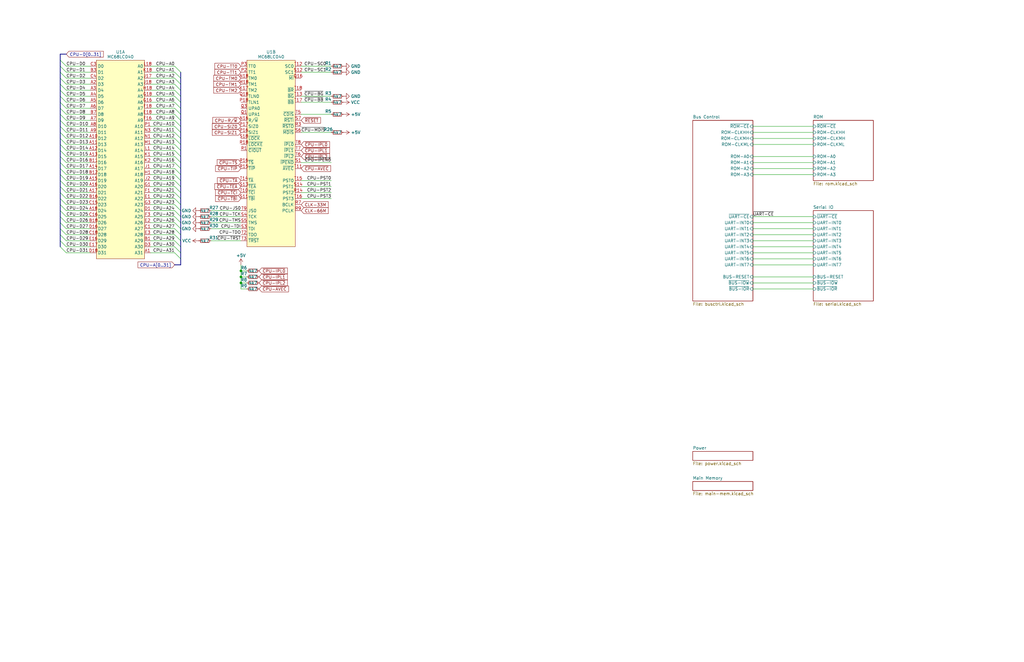
<source format=kicad_sch>
(kicad_sch (version 20230121) (generator eeschema)
  (paper "USLedger")
  (lib_symbols
    (symbol "Device:R_Small" (pin_numbers hide) (pin_names (offset 0.254) hide)
      (property "Reference" "R" (at 0.762 0.508 0))
      (property "Value" "R_Small" (at 0.762 -1.016 0))
      (symbol "R_Small_0_1"
        (rectangle (start -0.762 1.778) (end 0.762 -1.778) (stroke (width 0.2032)))
      )
      (symbol "R_Small_1_1"
        (pin passive line (at 0 2.54 270) (length 0.762) (name "~") (number "1"))
        (pin passive line (at 0 -2.54 90) (length 0.762) (name "~") (number "2"))
      )
    )
    (symbol "MultiBASIC040:MC68LC040"
      (property "Reference" "U" (at -8.89 1.27 0))
      (property "Value" "MC68LC040" (at 5.08 1.27 0))
      (symbol "MC68LC040_1_1"
        (rectangle (start -10.16 0) (end 10.16 -83.82) (fill (type background)))
        (pin tri_state line (at 12.7 -81.28 180) (length 2.54) (name "A31") (number "A1"))
        (pin tri_state line (at -12.7 -33.02 0) (length 2.54) (name "D12") (number "A10"))
        (pin tri_state line (at -12.7 -35.56 0) (length 2.54) (name "D13") (number "A11"))
        (pin tri_state line (at -12.7 -38.1 0) (length 2.54) (name "D14") (number "A12"))
        (pin tri_state line (at -12.7 -40.64 0) (length 2.54) (name "D15") (number "A13"))
        (pin tri_state line (at -12.7 -45.72 0) (length 2.54) (name "D17") (number "A14"))
        (pin tri_state line (at -12.7 -50.8 0) (length 2.54) (name "D19") (number "A15"))
        (pin tri_state line (at -12.7 -53.34 0) (length 2.54) (name "D20") (number "A16"))
        (pin tri_state line (at -12.7 -55.88 0) (length 2.54) (name "D21") (number "A17"))
        (pin tri_state line (at -12.7 -63.5 0) (length 2.54) (name "D24") (number "A18"))
        (pin tri_state line (at -12.7 -10.16 0) (length 2.54) (name "D3") (number "A2"))
        (pin tri_state line (at -12.7 -12.7 0) (length 2.54) (name "D4") (number "A3"))
        (pin tri_state line (at -12.7 -15.24 0) (length 2.54) (name "D5") (number "A4"))
        (pin tri_state line (at -12.7 -17.78 0) (length 2.54) (name "D6") (number "A5"))
        (pin tri_state line (at -12.7 -20.32 0) (length 2.54) (name "D7") (number "A6"))
        (pin tri_state line (at -12.7 -25.4 0) (length 2.54) (name "D9") (number "A7"))
        (pin tri_state line (at -12.7 -27.94 0) (length 2.54) (name "D10") (number "A8"))
        (pin tri_state line (at -12.7 -30.48 0) (length 2.54) (name "D11") (number "A9"))
        (pin tri_state line (at 12.7 -76.2 180) (length 2.54) (name "A29") (number "B1"))
        (pin tri_state line (at -12.7 -43.18 0) (length 2.54) (name "D16") (number "B11"))
        (pin tri_state line (at -12.7 -48.26 0) (length 2.54) (name "D18") (number "B12"))
        (pin tri_state line (at -12.7 -58.42 0) (length 2.54) (name "D22") (number "B16"))
        (pin tri_state line (at -12.7 -68.58 0) (length 2.54) (name "D26") (number "B18"))
        (pin tri_state line (at -12.7 -5.08 0) (length 2.54) (name "D1") (number "B3"))
        (pin tri_state line (at -12.7 -22.86 0) (length 2.54) (name "D8") (number "B7"))
        (pin tri_state line (at 12.7 -71.12 180) (length 2.54) (name "A27") (number "C1"))
        (pin tri_state line (at -12.7 -60.96 0) (length 2.54) (name "D23") (number "C15"))
        (pin tri_state line (at -12.7 -66.04 0) (length 2.54) (name "D25") (number "C16"))
        (pin tri_state line (at -12.7 -73.66 0) (length 2.54) (name "D28") (number "C18"))
        (pin tri_state line (at -12.7 -2.54 0) (length 2.54) (name "D0") (number "C3"))
        (pin tri_state line (at -12.7 -7.62 0) (length 2.54) (name "D2") (number "C4"))
        (pin tri_state line (at 12.7 -63.5 180) (length 2.54) (name "A24") (number "D1"))
        (pin tri_state line (at -12.7 -71.12 0) (length 2.54) (name "D27") (number "D16"))
        (pin tri_state line (at -12.7 -81.28 0) (length 2.54) (name "D31") (number "D18"))
        (pin tri_state line (at 12.7 -78.74 180) (length 2.54) (name "A30") (number "D3"))
        (pin tri_state line (at 12.7 -58.42 180) (length 2.54) (name "A22") (number "E1"))
        (pin tri_state line (at -12.7 -76.2 0) (length 2.54) (name "D29") (number "E16"))
        (pin tri_state line (at -12.7 -78.74 0) (length 2.54) (name "D30") (number "E17"))
        (pin tri_state line (at 12.7 -22.86 180) (length 2.54) (name "A8") (number "E18"))
        (pin tri_state line (at 12.7 -68.58 180) (length 2.54) (name "A26") (number "E2"))
        (pin tri_state line (at 12.7 -73.66 180) (length 2.54) (name "A28") (number "E3"))
        (pin tri_state line (at 12.7 -55.88 180) (length 2.54) (name "A21") (number "F1"))
        (pin tri_state line (at 12.7 -25.4 180) (length 2.54) (name "A9") (number "F16"))
        (pin tri_state line (at 12.7 -20.32 180) (length 2.54) (name "A7") (number "F18"))
        (pin tri_state line (at 12.7 -66.04 180) (length 2.54) (name "A25") (number "F3"))
        (pin tri_state line (at 12.7 -53.34 180) (length 2.54) (name "A20") (number "G1"))
        (pin tri_state line (at 12.7 -17.78 180) (length 2.54) (name "A6") (number "G16"))
        (pin tri_state line (at 12.7 -15.24 180) (length 2.54) (name "A5") (number "G18"))
        (pin tri_state line (at 12.7 -60.96 180) (length 2.54) (name "A23") (number "G3"))
        (pin tri_state line (at 12.7 -48.26 180) (length 2.54) (name "A18") (number "H1"))
        (pin tri_state line (at 12.7 -12.7 180) (length 2.54) (name "A4") (number "H18"))
        (pin tri_state line (at 12.7 -45.72 180) (length 2.54) (name "A17") (number "J1"))
        (pin tri_state line (at 12.7 -7.62 180) (length 2.54) (name "A2") (number "J17"))
        (pin tri_state line (at 12.7 -10.16 180) (length 2.54) (name "A3") (number "J18"))
        (pin tri_state line (at 12.7 -50.8 180) (length 2.54) (name "A19") (number "J2"))
        (pin tri_state line (at 12.7 -40.64 180) (length 2.54) (name "A15") (number "K1"))
        (pin tri_state line (at 12.7 -5.08 180) (length 2.54) (name "A1") (number "K18"))
        (pin tri_state line (at 12.7 -43.18 180) (length 2.54) (name "A16") (number "K2"))
        (pin tri_state line (at 12.7 -38.1 180) (length 2.54) (name "A14") (number "L1"))
        (pin tri_state line (at 12.7 -2.54 180) (length 2.54) (name "A0") (number "L18"))
        (pin tri_state line (at 12.7 -35.56 180) (length 2.54) (name "A13") (number "M1"))
        (pin tri_state line (at 12.7 -33.02 180) (length 2.54) (name "A12") (number "N1"))
        (pin tri_state line (at 12.7 -30.48 180) (length 2.54) (name "A11") (number "N3"))
        (pin tri_state line (at 12.7 -27.94 180) (length 2.54) (name "A10") (number "P1"))
      )
      (symbol "MC68LC040_2_1"
        (rectangle (start -10.16 0) (end 10.16 -78.74) (fill (type background)))
        (pin output line (at -12.7 -12.7 0) (length 2.54) (name "TM2") (number "K17"))
        (pin output line (at -12.7 -10.16 0) (length 2.54) (name "TM1") (number "M18"))
        (pin tri_state line (at -12.7 -25.4 0) (length 2.54) (name "R/~{W}") (number "N16"))
        (pin output line (at -12.7 -7.62 0) (length 2.54) (name "TM0") (number "N18"))
        (pin tri_state line (at -12.7 -30.48 0) (length 2.54) (name "SIZ1") (number "P16"))
        (pin tri_state line (at -12.7 -27.94 0) (length 2.54) (name "SIZ0") (number "P17"))
        (pin output line (at -12.7 -17.78 0) (length 2.54) (name "TLN1") (number "P18"))
        (pin bidirectional line (at -12.7 -5.08 0) (length 2.54) (name "TT1") (number "P2"))
        (pin bidirectional line (at -12.7 -2.54 0) (length 2.54) (name "TT0") (number "P3"))
        (pin output line (at -12.7 -22.86 0) (length 2.54) (name "UPA1") (number "Q1"))
        (pin output line (at 12.7 -7.62 180) (length 2.54) (name "~{MI}") (number "Q16"))
        (pin output line (at -12.7 -15.24 0) (length 2.54) (name "TLN0") (number "Q18"))
        (pin output line (at -12.7 -20.32 0) (length 2.54) (name "UPA0") (number "Q3"))
        (pin output line (at -12.7 -38.1 0) (length 2.54) (name "~{CIOUT}") (number "R1"))
        (pin output line (at 12.7 -55.88 180) (length 2.54) (name "PST2") (number "R14"))
        (pin output line (at -12.7 -45.72 0) (length 2.54) (name "~{TIP}") (number "R15"))
        (pin tri_state line (at -12.7 -43.18 0) (length 2.54) (name "~{TS}") (number "R16"))
        (pin output line (at -12.7 -35.56 0) (length 2.54) (name "~{LOCKE}") (number "R18"))
        (pin output line (at 12.7 -27.94 180) (length 2.54) (name "~{RSTO}") (number "R3"))
        (pin input line (at 12.7 -60.96 180) (length 2.54) (name "BCLK") (number "R7"))
        (pin input line (at 12.7 -63.5 180) (length 2.54) (name "PCLK") (number "R9"))
        (pin output line (at 12.7 -43.18 180) (length 2.54) (name "~{IPEND}") (number "S1"))
        (pin input line (at -12.7 -58.42 0) (length 2.54) (name "~{TBI}") (number "S11"))
        (pin input line (at 12.7 -5.08 180) (length 2.54) (name "SC1") (number "S12"))
        (pin input line (at -12.7 -53.34 0) (length 2.54) (name "~{TEA}") (number "S13"))
        (pin output line (at 12.7 -53.34 180) (length 2.54) (name "PST1") (number "S14"))
        (pin output line (at -12.7 -33.02 0) (length 2.54) (name "~{LOCK}") (number "S18"))
        (pin input line (at -12.7 -71.12 0) (length 2.54) (name "TDI") (number "S3"))
        (pin input line (at -12.7 -66.04 0) (length 2.54) (name "TCK") (number "S4"))
        (pin input line (at -12.7 -68.58 0) (length 2.54) (name "TMS") (number "S5"))
        (pin input line (at 12.7 -30.48 180) (length 2.54) (name "~{MDIS}") (number "S6"))
        (pin input line (at 12.7 -25.4 180) (length 2.54) (name "~{RSTI}") (number "S7"))
        (pin input line (at -12.7 -55.88 0) (length 2.54) (name "~{TCI}") (number "T10"))
        (pin input line (at 12.7 -45.72 180) (length 2.54) (name "~{AVEC}") (number "T11"))
        (pin input line (at 12.7 -2.54 180) (length 2.54) (name "SC0") (number "T12"))
        (pin input line (at 12.7 -15.24 180) (length 2.54) (name "~{BG}") (number "T13"))
        (pin tri_state line (at -12.7 -50.8 0) (length 2.54) (name "~{TA}") (number "T14"))
        (pin output line (at 12.7 -50.8 180) (length 2.54) (name "PST0") (number "T15"))
        (pin output line (at 12.7 -58.42 180) (length 2.54) (name "PST3") (number "T16"))
        (pin bidirectional line (at 12.7 -17.78 180) (length 2.54) (name "~{BB}") (number "T17"))
        (pin output line (at 12.7 -12.7 180) (length 2.54) (name "~{BR}") (number "T18"))
        (pin output line (at -12.7 -73.66 0) (length 2.54) (name "TDO") (number "T2"))
        (pin input line (at -12.7 -76.2 0) (length 2.54) (name "~{TRST}") (number "T3"))
        (pin input line (at 12.7 -22.86 180) (length 2.54) (name "~{CDIS}") (number "T5"))
        (pin input line (at 12.7 -40.64 180) (length 2.54) (name "~{IPL2}") (number "T6"))
        (pin input line (at 12.7 -38.1 180) (length 2.54) (name "~{IPL1}") (number "T7"))
        (pin input line (at 12.7 -35.56 180) (length 2.54) (name "~{IPL0}") (number "T8"))
        (pin input line (at -12.7 -63.5 0) (length 2.54) (name "JS0") (number "T9"))
      )
      (symbol "MC68LC040_3_1"
        (rectangle (start -10.16 0) (end 10.16 -111.76) (fill (type background)))
        (text "INTERNAL\nLOGIC" (at 0 -12.7 0) (effects (font (size 1.27 1.27))))
        (text "OUTPUT\nDRIVERS" (at 0 -53.34 0) (effects (font (size 1.27 1.27))))
        (text "PLL" (at 0 -2.54 0) (effects (font (size 1.27 1.27))))
        (pin power_in line (at -12.7 -63.5 0) (length 2.54) (name "GND") (number "B10"))
        (pin power_in line (at -12.7 -66.04 0) (length 2.54) (name "GND") (number "B13"))
        (pin power_in line (at 12.7 -58.42 180) (length 2.54) (name "VCC") (number "B14"))
        (pin power_in line (at -12.7 -68.58 0) (length 2.54) (name "GND") (number "B15"))
        (pin power_in line (at -12.7 -71.12 0) (length 2.54) (name "GND") (number "B17"))
        (pin power_in line (at -12.7 -53.34 0) (length 2.54) (name "GND") (number "B2"))
        (pin power_in line (at -12.7 -55.88 0) (length 2.54) (name "GND") (number "B4"))
        (pin power_in line (at 12.7 -53.34 180) (length 2.54) (name "VCC") (number "B5"))
        (pin power_in line (at -12.7 -58.42 0) (length 2.54) (name "GND") (number "B6"))
        (pin power_in line (at -12.7 -60.96 0) (length 2.54) (name "GND") (number "B8"))
        (pin power_in line (at 12.7 -55.88 180) (length 2.54) (name "VCC") (number "B9"))
        (pin power_in line (at 12.7 -17.78 180) (length 2.54) (name "VCC") (number "C10"))
        (pin power_in line (at -12.7 -20.32 0) (length 2.54) (name "GND") (number "C11"))
        (pin power_in line (at 12.7 -20.32 180) (length 2.54) (name "VCC") (number "C12"))
        (pin power_in line (at -12.7 -22.86 0) (length 2.54) (name "GND") (number "C13"))
        (pin power_in line (at 12.7 -22.86 180) (length 2.54) (name "VCC") (number "C14"))
        (pin power_in line (at 12.7 -63.5 180) (length 2.54) (name "VCC") (number "C17"))
        (pin power_in line (at 12.7 -60.96 180) (length 2.54) (name "VCC") (number "C2"))
        (pin power_in line (at 12.7 -12.7 180) (length 2.54) (name "VCC") (number "C5"))
        (pin power_in line (at -12.7 -12.7 0) (length 2.54) (name "GND") (number "C6"))
        (pin power_in line (at -12.7 -15.24 0) (length 2.54) (name "GND") (number "C7"))
        (pin power_in line (at 12.7 -15.24 180) (length 2.54) (name "VCC") (number "C8"))
        (pin power_in line (at -12.7 -17.78 0) (length 2.54) (name "GND") (number "C9"))
        (pin power_in line (at -12.7 -76.2 0) (length 2.54) (name "GND") (number "D17"))
        (pin power_in line (at -12.7 -73.66 0) (length 2.54) (name "GND") (number "D2"))
        (pin power_in line (at -12.7 -81.28 0) (length 2.54) (name "GND") (number "F17"))
        (pin power_in line (at -12.7 -78.74 0) (length 2.54) (name "GND") (number "F2"))
        (pin power_in line (at 12.7 -68.58 180) (length 2.54) (name "VCC") (number "G17"))
        (pin power_in line (at 12.7 -66.04 180) (length 2.54) (name "VCC") (number "G2"))
        (pin power_in line (at 12.7 -27.94 180) (length 2.54) (name "VCC") (number "H16"))
        (pin power_in line (at -12.7 -86.36 0) (length 2.54) (name "GND") (number "H17"))
        (pin power_in line (at -12.7 -83.82 0) (length 2.54) (name "GND") (number "H2"))
        (pin power_in line (at 12.7 -25.4 180) (length 2.54) (name "VCC") (number "H3"))
        (pin power_in line (at 12.7 -33.02 180) (length 2.54) (name "VCC") (number "J16"))
        (pin power_in line (at 12.7 -30.48 180) (length 2.54) (name "VCC") (number "J3"))
        (pin power_in line (at -12.7 -27.94 0) (length 2.54) (name "GND") (number "K16"))
        (pin power_in line (at -12.7 -25.4 0) (length 2.54) (name "GND") (number "K3"))
        (pin power_in line (at 12.7 -35.56 180) (length 2.54) (name "VCC") (number "L16"))
        (pin power_in line (at -12.7 -91.44 0) (length 2.54) (name "GND") (number "L17"))
        (pin power_in line (at -12.7 -88.9 0) (length 2.54) (name "GND") (number "L2"))
        (pin power_in line (at -12.7 -30.48 0) (length 2.54) (name "GND") (number "L3"))
        (pin power_in line (at -12.7 -33.02 0) (length 2.54) (name "GND") (number "M16"))
        (pin power_in line (at 12.7 -73.66 180) (length 2.54) (name "VCC") (number "M17"))
        (pin power_in line (at 12.7 -71.12 180) (length 2.54) (name "VCC") (number "M2"))
        (pin power_in line (at 12.7 -38.1 180) (length 2.54) (name "VCC") (number "M3"))
        (pin power_in line (at -12.7 -96.52 0) (length 2.54) (name "GND") (number "N17"))
        (pin power_in line (at -12.7 -93.98 0) (length 2.54) (name "GND") (number "N2"))
        (pin power_in line (at -12.7 -101.6 0) (length 2.54) (name "GND") (number "Q17"))
        (pin power_in line (at -12.7 -99.06 0) (length 2.54) (name "GND") (number "Q2"))
        (pin power_in line (at -12.7 -7.62 0) (length 2.54) (name "GND") (number "R10"))
        (pin power_in line (at -12.7 -38.1 0) (length 2.54) (name "GND") (number "R11"))
        (pin power_in line (at 12.7 -43.18 180) (length 2.54) (name "VCC") (number "R12"))
        (pin power_in line (at -12.7 -40.64 0) (length 2.54) (name "GND") (number "R13"))
        (pin power_in line (at 12.7 -78.74 180) (length 2.54) (name "VCC") (number "R17"))
        (pin power_in line (at 12.7 -76.2 180) (length 2.54) (name "VCC") (number "R2"))
        (pin power_in line (at -12.7 -35.56 0) (length 2.54) (name "GND") (number "R4"))
        (pin power_in line (at 12.7 -40.64 180) (length 2.54) (name "VCC") (number "R5"))
        (pin power_in line (at -12.7 -5.08 0) (length 2.54) (name "GND") (number "R6"))
        (pin power_in line (at 12.7 -2.54 180) (length 2.54) (name "VCC") (number "R8"))
        (pin power_in line (at -12.7 -45.72 0) (length 2.54) (name "GND") (number "S10"))
        (pin power_in line (at -12.7 -106.68 0) (length 2.54) (name "GND") (number "S15"))
        (pin power_in line (at 12.7 -81.28 180) (length 2.54) (name "VCC") (number "S16"))
        (pin power_in line (at -12.7 -109.22 0) (length 2.54) (name "GND") (number "S17"))
        (pin power_in line (at -12.7 -104.14 0) (length 2.54) (name "GND") (number "S2"))
        (pin power_in line (at -12.7 -43.18 0) (length 2.54) (name "GND") (number "S6"))
        (pin power_in line (at 12.7 -5.08 180) (length 2.54) (name "VCC") (number "S8"))
        (pin power_in line (at -12.7 -2.54 0) (length 2.54) (name "GND") (number "S9"))
        (pin power_in line (at -12.7 -48.26 0) (length 2.54) (name "GND") (number "T4"))
      )
    )
    (symbol "power:+5V" (power) (pin_names (offset 0))
      (property "Value" "+5V" (at 0 3.556 0))
      (symbol "+5V_0_1"
        (polyline (pts (xy -0.762 1.27) (xy 0 2.54)))
        (polyline (pts (xy 0 0) (xy 0 2.54)))
        (polyline (pts (xy 0 2.54) (xy 0.762 1.27)))
      )
      (symbol "+5V_1_1"
        (pin power_in line (at 0 0 90) (length 0) hide (name "+5V") (number "1"))
      )
    )
    (symbol "power:GND" (power) (pin_names (offset 0))
      (property "Value" "GND" (at 0 -3.81 0))
      (symbol "GND_0_1"
        (polyline (pts (xy 0 0) (xy 0 -1.27) (xy 1.27 -1.27) (xy 0 -2.54) (xy -1.27 -1.27) (xy 0 -1.27)))
      )
      (symbol "GND_1_1"
        (pin power_in line (at 0 0 270) (length 0) hide (name "GND") (number "1"))
      )
    )
    (symbol "power:VCC" (power) (pin_names (offset 0))
      (property "Value" "VCC" (at 0 3.81 0))
      (symbol "VCC_0_1"
        (polyline (pts (xy -0.762 1.27) (xy 0 2.54)))
        (polyline (pts (xy 0 0) (xy 0 2.54)))
        (polyline (pts (xy 0 2.54) (xy 0.762 1.27)))
      )
      (symbol "VCC_1_1"
        (pin power_in line (at 0 0 90) (length 0) hide (name "VCC") (number "1"))
      )
    )
  )
  (junction (at 101.6 119.38))
  (junction (at 101.6 116.84))
  (junction (at 101.6 114.3))
  (bus_entry (at 25.4 81.28) (size 2.54 2.54))
  (bus_entry (at 73.66 60.96) (size 2.54 2.54))
  (bus_entry (at 73.66 53.34) (size 2.54 2.54))
  (bus_entry (at 25.4 68.58) (size 2.54 2.54))
  (bus_entry (at 73.66 48.26) (size 2.54 2.54))
  (bus_entry (at 73.66 88.9) (size 2.54 2.54))
  (bus_entry (at 73.66 63.5) (size 2.54 2.54))
  (bus_entry (at 25.4 45.72) (size 2.54 2.54))
  (bus_entry (at 73.66 76.2) (size 2.54 2.54))
  (bus_entry (at 73.66 50.8) (size 2.54 2.54))
  (bus_entry (at 73.66 73.66) (size 2.54 2.54))
  (bus_entry (at 25.4 40.64) (size 2.54 2.54))
  (bus_entry (at 73.66 104.14) (size 2.54 2.54))
  (bus_entry (at 25.4 38.1) (size 2.54 2.54))
  (bus_entry (at 25.4 66.04) (size 2.54 2.54))
  (bus_entry (at 25.4 76.2) (size 2.54 2.54))
  (bus_entry (at 25.4 91.44) (size 2.54 2.54))
  (bus_entry (at 73.66 55.88) (size 2.54 2.54))
  (bus_entry (at 73.66 93.98) (size 2.54 2.54))
  (bus_entry (at 25.4 71.12) (size 2.54 2.54))
  (bus_entry (at 25.4 104.14) (size 2.54 2.54))
  (bus_entry (at 73.66 66.04) (size 2.54 2.54))
  (bus_entry (at 73.66 71.12) (size 2.54 2.54))
  (bus_entry (at 73.66 68.58) (size 2.54 2.54))
  (bus_entry (at 73.66 27.94) (size 2.54 2.54))
  (bus_entry (at 25.4 63.5) (size 2.54 2.54))
  (bus_entry (at 73.66 43.18) (size 2.54 2.54))
  (bus_entry (at 25.4 88.9) (size 2.54 2.54))
  (bus_entry (at 25.4 83.82) (size 2.54 2.54))
  (bus_entry (at 73.66 101.6) (size 2.54 2.54))
  (bus_entry (at 25.4 33.02) (size 2.54 2.54))
  (bus_entry (at 25.4 73.66) (size 2.54 2.54))
  (bus_entry (at 25.4 58.42) (size 2.54 2.54))
  (bus_entry (at 73.66 106.68) (size 2.54 2.54))
  (bus_entry (at 73.66 35.56) (size 2.54 2.54))
  (bus_entry (at 73.66 91.44) (size 2.54 2.54))
  (bus_entry (at 73.66 99.06) (size 2.54 2.54))
  (bus_entry (at 25.4 93.98) (size 2.54 2.54))
  (bus_entry (at 25.4 53.34) (size 2.54 2.54))
  (bus_entry (at 73.66 30.48) (size 2.54 2.54))
  (bus_entry (at 25.4 25.4) (size 2.54 2.54))
  (bus_entry (at 73.66 38.1) (size 2.54 2.54))
  (bus_entry (at 25.4 35.56) (size 2.54 2.54))
  (bus_entry (at 25.4 60.96) (size 2.54 2.54))
  (bus_entry (at 73.66 86.36) (size 2.54 2.54))
  (bus_entry (at 73.66 78.74) (size 2.54 2.54))
  (bus_entry (at 25.4 78.74) (size 2.54 2.54))
  (bus_entry (at 25.4 99.06) (size 2.54 2.54))
  (bus_entry (at 73.66 96.52) (size 2.54 2.54))
  (bus_entry (at 25.4 48.26) (size 2.54 2.54))
  (bus_entry (at 25.4 50.8) (size 2.54 2.54))
  (bus_entry (at 73.66 83.82) (size 2.54 2.54))
  (bus_entry (at 73.66 58.42) (size 2.54 2.54))
  (bus_entry (at 25.4 43.18) (size 2.54 2.54))
  (bus_entry (at 25.4 55.88) (size 2.54 2.54))
  (bus_entry (at 25.4 96.52) (size 2.54 2.54))
  (bus_entry (at 73.66 33.02) (size 2.54 2.54))
  (bus_entry (at 25.4 101.6) (size 2.54 2.54))
  (bus_entry (at 25.4 27.94) (size 2.54 2.54))
  (bus_entry (at 25.4 30.48) (size 2.54 2.54))
  (bus_entry (at 25.4 86.36) (size 2.54 2.54))
  (bus_entry (at 73.66 45.72) (size 2.54 2.54))
  (bus_entry (at 73.66 40.64) (size 2.54 2.54))
  (bus_entry (at 73.66 81.28) (size 2.54 2.54))
  (wire (pts (xy 27.94 68.58) (xy 38.1 68.58)))
  (wire (pts (xy 317.5 55.88) (xy 342.9 55.88)))
  (wire (pts (xy 27.94 30.48) (xy 38.1 30.48)))
  (wire (pts (xy 63.5 58.42) (xy 73.66 58.42)))
  (wire (pts (xy 27.94 33.02) (xy 38.1 33.02)))
  (wire (pts (xy 127 83.82) (xy 139.7 83.82)))
  (wire (pts (xy 317.5 96.52) (xy 342.9 96.52)))
  (wire (pts (xy 27.94 66.04) (xy 38.1 66.04)))
  (bus (pts (xy 25.4 53.34) (xy 25.4 55.88)))
  (wire (pts (xy 63.5 104.14) (xy 73.66 104.14)))
  (wire (pts (xy 317.5 116.84) (xy 342.9 116.84)))
  (wire (pts (xy 27.94 71.12) (xy 38.1 71.12)))
  (wire (pts (xy 139.7 40.64) (xy 127 40.64)))
  (wire (pts (xy 27.94 60.96) (xy 38.1 60.96)))
  (wire (pts (xy 139.7 48.26) (xy 127 48.26)))
  (wire (pts (xy 63.5 30.48) (xy 73.66 30.48)))
  (bus (pts (xy 76.2 83.82) (xy 76.2 86.36)))
  (bus (pts (xy 25.4 30.48) (xy 25.4 33.02)))
  (wire (pts (xy 27.94 81.28) (xy 38.1 81.28)))
  (bus (pts (xy 76.2 68.58) (xy 76.2 71.12)))
  (bus (pts (xy 73.66 111.76) (xy 76.2 111.76)))
  (wire (pts (xy 27.94 45.72) (xy 38.1 45.72)))
  (wire (pts (xy 27.94 86.36) (xy 38.1 86.36)))
  (wire (pts (xy 63.5 76.2) (xy 73.66 76.2)))
  (wire (pts (xy 317.5 60.96) (xy 342.9 60.96)))
  (bus (pts (xy 25.4 76.2) (xy 25.4 78.74)))
  (bus (pts (xy 25.4 73.66) (xy 25.4 76.2)))
  (bus (pts (xy 25.4 93.98) (xy 25.4 96.52)))
  (wire (pts (xy 63.5 43.18) (xy 73.66 43.18)))
  (bus (pts (xy 25.4 101.6) (xy 25.4 104.14)))
  (bus (pts (xy 25.4 43.18) (xy 25.4 45.72)))
  (bus (pts (xy 25.4 91.44) (xy 25.4 93.98)))
  (wire (pts (xy 27.94 27.94) (xy 38.1 27.94)))
  (wire (pts (xy 101.6 121.92) (xy 101.6 119.38)))
  (wire (pts (xy 317.5 68.58) (xy 342.9 68.58)))
  (bus (pts (xy 25.4 27.94) (xy 25.4 30.48)))
  (wire (pts (xy 317.5 66.04) (xy 342.9 66.04)))
  (wire (pts (xy 63.5 33.02) (xy 73.66 33.02)))
  (bus (pts (xy 76.2 58.42) (xy 76.2 60.96)))
  (bus (pts (xy 76.2 43.18) (xy 76.2 45.72)))
  (bus (pts (xy 25.4 35.56) (xy 25.4 38.1)))
  (wire (pts (xy 101.6 114.3) (xy 101.6 111.76)))
  (wire (pts (xy 101.6 119.38) (xy 104.14 119.38)))
  (wire (pts (xy 88.9 93.98) (xy 101.6 93.98)))
  (wire (pts (xy 27.94 55.88) (xy 38.1 55.88)))
  (bus (pts (xy 25.4 71.12) (xy 25.4 73.66)))
  (bus (pts (xy 25.4 68.58) (xy 25.4 71.12)))
  (wire (pts (xy 63.5 78.74) (xy 73.66 78.74)))
  (bus (pts (xy 25.4 33.02) (xy 25.4 35.56)))
  (bus (pts (xy 76.2 99.06) (xy 76.2 101.6)))
  (wire (pts (xy 88.9 96.52) (xy 101.6 96.52)))
  (bus (pts (xy 76.2 35.56) (xy 76.2 38.1)))
  (bus (pts (xy 25.4 38.1) (xy 25.4 40.64)))
  (bus (pts (xy 25.4 22.86) (xy 25.4 25.4)))
  (bus (pts (xy 76.2 101.6) (xy 76.2 104.14)))
  (wire (pts (xy 317.5 119.38) (xy 342.9 119.38)))
  (wire (pts (xy 27.94 99.06) (xy 38.1 99.06)))
  (bus (pts (xy 76.2 81.28) (xy 76.2 83.82)))
  (wire (pts (xy 317.5 104.14) (xy 342.9 104.14)))
  (bus (pts (xy 76.2 40.64) (xy 76.2 43.18)))
  (wire (pts (xy 317.5 111.76) (xy 342.9 111.76)))
  (bus (pts (xy 76.2 45.72) (xy 76.2 48.26)))
  (wire (pts (xy 63.5 96.52) (xy 73.66 96.52)))
  (wire (pts (xy 63.5 93.98) (xy 73.66 93.98)))
  (bus (pts (xy 76.2 76.2) (xy 76.2 78.74)))
  (wire (pts (xy 27.94 38.1) (xy 38.1 38.1)))
  (wire (pts (xy 27.94 88.9) (xy 38.1 88.9)))
  (bus (pts (xy 76.2 38.1) (xy 76.2 40.64)))
  (wire (pts (xy 63.5 35.56) (xy 73.66 35.56)))
  (bus (pts (xy 76.2 63.5) (xy 76.2 66.04)))
  (wire (pts (xy 317.5 101.6) (xy 342.9 101.6)))
  (bus (pts (xy 76.2 88.9) (xy 76.2 91.44)))
  (wire (pts (xy 63.5 27.94) (xy 73.66 27.94)))
  (wire (pts (xy 317.5 93.98) (xy 342.9 93.98)))
  (wire (pts (xy 63.5 55.88) (xy 73.66 55.88)))
  (wire (pts (xy 139.7 27.94) (xy 127 27.94)))
  (bus (pts (xy 25.4 88.9) (xy 25.4 91.44)))
  (bus (pts (xy 25.4 96.52) (xy 25.4 99.06)))
  (bus (pts (xy 76.2 30.48) (xy 76.2 33.02)))
  (wire (pts (xy 317.5 58.42) (xy 342.9 58.42)))
  (wire (pts (xy 27.94 63.5) (xy 38.1 63.5)))
  (bus (pts (xy 76.2 78.74) (xy 76.2 81.28)))
  (bus (pts (xy 25.4 60.96) (xy 25.4 63.5)))
  (wire (pts (xy 63.5 63.5) (xy 73.66 63.5)))
  (wire (pts (xy 317.5 71.12) (xy 342.9 71.12)))
  (wire (pts (xy 63.5 99.06) (xy 73.66 99.06)))
  (bus (pts (xy 76.2 73.66) (xy 76.2 76.2)))
  (bus (pts (xy 76.2 60.96) (xy 76.2 63.5)))
  (wire (pts (xy 88.9 91.44) (xy 101.6 91.44)))
  (bus (pts (xy 25.4 50.8) (xy 25.4 53.34)))
  (wire (pts (xy 63.5 88.9) (xy 73.66 88.9)))
  (wire (pts (xy 27.94 50.8) (xy 38.1 50.8)))
  (wire (pts (xy 139.7 55.88) (xy 127 55.88)))
  (wire (pts (xy 27.94 53.34) (xy 38.1 53.34)))
  (wire (pts (xy 27.94 43.18) (xy 38.1 43.18)))
  (wire (pts (xy 104.14 121.92) (xy 101.6 121.92)))
  (wire (pts (xy 63.5 106.68) (xy 73.66 106.68)))
  (bus (pts (xy 25.4 81.28) (xy 25.4 83.82)))
  (wire (pts (xy 63.5 73.66) (xy 73.66 73.66)))
  (wire (pts (xy 27.94 93.98) (xy 38.1 93.98)))
  (wire (pts (xy 317.5 99.06) (xy 342.9 99.06)))
  (wire (pts (xy 127 68.58) (xy 139.7 68.58)))
  (bus (pts (xy 25.4 63.5) (xy 25.4 66.04)))
  (bus (pts (xy 25.4 86.36) (xy 25.4 88.9)))
  (bus (pts (xy 25.4 22.86) (xy 27.94 22.86)))
  (bus (pts (xy 76.2 33.02) (xy 76.2 35.56)))
  (bus (pts (xy 25.4 83.82) (xy 25.4 86.36)))
  (wire (pts (xy 27.94 101.6) (xy 38.1 101.6)))
  (wire (pts (xy 317.5 121.92) (xy 342.9 121.92)))
  (bus (pts (xy 76.2 96.52) (xy 76.2 99.06)))
  (wire (pts (xy 101.6 114.3) (xy 104.14 114.3)))
  (bus (pts (xy 76.2 93.98) (xy 76.2 96.52)))
  (wire (pts (xy 63.5 86.36) (xy 73.66 86.36)))
  (wire (pts (xy 88.9 101.6) (xy 101.6 101.6)))
  (wire (pts (xy 63.5 40.64) (xy 73.66 40.64)))
  (bus (pts (xy 25.4 48.26) (xy 25.4 50.8)))
  (bus (pts (xy 76.2 50.8) (xy 76.2 53.34)))
  (wire (pts (xy 101.6 119.38) (xy 101.6 116.84)))
  (wire (pts (xy 27.94 58.42) (xy 38.1 58.42)))
  (wire (pts (xy 139.7 30.48) (xy 127 30.48)))
  (wire (pts (xy 63.5 53.34) (xy 73.66 53.34)))
  (wire (pts (xy 63.5 66.04) (xy 73.66 66.04)))
  (wire (pts (xy 63.5 48.26) (xy 73.66 48.26)))
  (bus (pts (xy 76.2 109.22) (xy 76.2 111.76)))
  (wire (pts (xy 63.5 60.96) (xy 73.66 60.96)))
  (wire (pts (xy 27.94 96.52) (xy 38.1 96.52)))
  (bus (pts (xy 25.4 78.74) (xy 25.4 81.28)))
  (wire (pts (xy 139.7 43.18) (xy 127 43.18)))
  (wire (pts (xy 63.5 38.1) (xy 73.66 38.1)))
  (bus (pts (xy 25.4 58.42) (xy 25.4 60.96)))
  (bus (pts (xy 76.2 104.14) (xy 76.2 106.68)))
  (bus (pts (xy 76.2 48.26) (xy 76.2 50.8)))
  (bus (pts (xy 76.2 106.68) (xy 76.2 109.22)))
  (bus (pts (xy 25.4 99.06) (xy 25.4 101.6)))
  (bus (pts (xy 25.4 55.88) (xy 25.4 58.42)))
  (wire (pts (xy 27.94 76.2) (xy 38.1 76.2)))
  (bus (pts (xy 76.2 55.88) (xy 76.2 58.42)))
  (wire (pts (xy 317.5 73.66) (xy 342.9 73.66)))
  (wire (pts (xy 317.5 106.68) (xy 342.9 106.68)))
  (bus (pts (xy 25.4 25.4) (xy 25.4 27.94)))
  (bus (pts (xy 76.2 53.34) (xy 76.2 55.88)))
  (wire (pts (xy 27.94 106.68) (xy 38.1 106.68)))
  (wire (pts (xy 127 81.28) (xy 139.7 81.28)))
  (wire (pts (xy 27.94 35.56) (xy 38.1 35.56)))
  (bus (pts (xy 25.4 45.72) (xy 25.4 48.26)))
  (wire (pts (xy 63.5 68.58) (xy 73.66 68.58)))
  (wire (pts (xy 63.5 91.44) (xy 73.66 91.44)))
  (wire (pts (xy 127 78.74) (xy 139.7 78.74)))
  (wire (pts (xy 342.9 53.34) (xy 317.5 53.34)))
  (wire (pts (xy 63.5 71.12) (xy 73.66 71.12)))
  (wire (pts (xy 27.94 91.44) (xy 38.1 91.44)))
  (wire (pts (xy 63.5 81.28) (xy 73.66 81.28)))
  (wire (pts (xy 88.9 88.9) (xy 101.6 88.9)))
  (wire (pts (xy 63.5 50.8) (xy 73.66 50.8)))
  (bus (pts (xy 76.2 91.44) (xy 76.2 93.98)))
  (wire (pts (xy 63.5 83.82) (xy 73.66 83.82)))
  (wire (pts (xy 63.5 45.72) (xy 73.66 45.72)))
  (bus (pts (xy 76.2 66.04) (xy 76.2 68.58)))
  (wire (pts (xy 27.94 83.82) (xy 38.1 83.82)))
  (wire (pts (xy 101.6 116.84) (xy 101.6 114.3)))
  (wire (pts (xy 27.94 48.26) (xy 38.1 48.26)))
  (wire (pts (xy 317.5 91.44) (xy 342.9 91.44)))
  (wire (pts (xy 127 76.2) (xy 139.7 76.2)))
  (wire (pts (xy 27.94 40.64) (xy 38.1 40.64)))
  (bus (pts (xy 76.2 71.12) (xy 76.2 73.66)))
  (bus (pts (xy 76.2 86.36) (xy 76.2 88.9)))
  (wire (pts (xy 63.5 101.6) (xy 73.66 101.6)))
  (wire (pts (xy 27.94 104.14) (xy 38.1 104.14)))
  (wire (pts (xy 101.6 116.84) (xy 104.14 116.84)))
  (wire (pts (xy 317.5 109.22) (xy 342.9 109.22)))
  (bus (pts (xy 25.4 66.04) (xy 25.4 68.58)))
  (wire (pts (xy 27.94 78.74) (xy 38.1 78.74)))
  (wire (pts (xy 27.94 73.66) (xy 38.1 73.66)))
  (bus (pts (xy 25.4 40.64) (xy 25.4 43.18)))
  (label "CPU-D22" (at 27.94 83.82 0))
  (label "CPU-A19" (at 73.66 76.2 180))
  (label "CPU-A1" (at 73.66 30.48 180))
  (label "CPU-A30" (at 73.66 104.14 180))
  (label "CPU-A16" (at 73.66 68.58 180))
  (label "CPU-A29" (at 73.66 101.6 180))
  (label "CPU-PST3" (at 139.7 83.82 180))
  (label "CPU-D0" (at 27.94 27.94 0))
  (label "CPU-D15" (at 27.94 66.04 0))
  (label "CPU-PST2" (at 139.7 81.28 180))
  (label "CPU-A21" (at 73.66 81.28 180))
  (label "CPU-D7" (at 27.94 45.72 0))
  (label "CPU-SC0" (at 128.27 27.94 0))
  (label "~{CPU-TRST}" (at 101.6 101.6 180))
  (label "CPU-A8" (at 73.66 48.26 180))
  (label "CPU-D16" (at 27.94 68.58 0))
  (label "CPU-D6" (at 27.94 43.18 0))
  (label "~{CPU-MDIS}" (at 127 55.88 0))
  (label "CPU-TDI" (at 101.6 96.52 180))
  (label "CPU-D8" (at 27.94 48.26 0))
  (label "CPU-A6" (at 73.66 43.18 180))
  (label "CPU-A0" (at 73.66 27.94 180))
  (label "CPU-D10" (at 27.94 53.34 0))
  (label "~{CPU-BG}" (at 128.27 40.64 0))
  (label "CPU-D12" (at 27.94 58.42 0))
  (label "CPU-D11" (at 27.94 55.88 0))
  (label "CPU-A2" (at 73.66 33.02 180))
  (label "CPU-TMS" (at 101.6 93.98 180))
  (label "~{UART-CE}" (at 317.5 91.44 0))
  (label "CPU-D3" (at 27.94 35.56 0))
  (label "CPU-D13" (at 27.94 60.96 0))
  (label "CPU-D26" (at 27.94 93.98 0))
  (label "CPU-D17" (at 27.94 71.12 0))
  (label "CPU-D4" (at 27.94 38.1 0))
  (label "CPU-A23" (at 73.66 86.36 180))
  (label "CPU-D20" (at 27.94 78.74 0))
  (label "CPU-D23" (at 27.94 86.36 0))
  (label "CPU-D29" (at 27.94 101.6 0))
  (label "CPU-A25" (at 73.66 91.44 180))
  (label "~{CPU-IPEND}" (at 139.7 68.58 180))
  (label "CPU-A27" (at 73.66 96.52 180))
  (label "CPU-A24" (at 73.66 88.9 180))
  (label "CPU-D18" (at 27.94 73.66 0))
  (label "CPU-A18" (at 73.66 73.66 180))
  (label "CPU-D19" (at 27.94 76.2 0))
  (label "CPU-D1" (at 27.94 30.48 0))
  (label "CPU-A22" (at 73.66 83.82 180))
  (label "CPU-TDO" (at 101.6 99.06 180))
  (label "CPU-A14" (at 73.66 63.5 180))
  (label "CPU-A11" (at 73.66 55.88 180))
  (label "CPU-A12" (at 73.66 58.42 180))
  (label "CPU-A3" (at 73.66 35.56 180))
  (label "CPU-D5" (at 27.94 40.64 0))
  (label "CPU-A17" (at 73.66 71.12 180))
  (label "CPU-D9" (at 27.94 50.8 0))
  (label "CPU-PST1" (at 139.7 78.74 180))
  (label "CPU-D31" (at 27.94 106.68 0))
  (label "CPU-D28" (at 27.94 99.06 0))
  (label "CPU-A9" (at 73.66 50.8 180))
  (label "CPU-SC1" (at 128.27 30.48 0))
  (label "CPU-A31" (at 73.66 106.68 180))
  (label "CPU-D2" (at 27.94 33.02 0))
  (label "CPU-A26" (at 73.66 93.98 180))
  (label "CPU-A20" (at 73.66 78.74 180))
  (label "~{CPU-BB}" (at 128.27 43.18 0))
  (label "CPU-D21" (at 27.94 81.28 0))
  (label "CPU-JS0" (at 101.6 88.9 180))
  (label "CPU-D24" (at 27.94 88.9 0))
  (label "CPU-A28" (at 73.66 99.06 180))
  (label "CPU-D14" (at 27.94 63.5 0))
  (label "CPU-A4" (at 73.66 38.1 180))
  (label "CPU-PST0" (at 139.7 76.2 180))
  (label "CPU-A13" (at 73.66 60.96 180))
  (label "CPU-TCK" (at 101.6 91.44 180))
  (label "CPU-D27" (at 27.94 96.52 0))
  (label "CPU-A5" (at 73.66 40.64 180))
  (label "CPU-D25" (at 27.94 91.44 0))
  (label "CPU-A15" (at 73.66 66.04 180))
  (label "CPU-A7" (at 73.66 45.72 180))
  (label "CPU-D30" (at 27.94 104.14 0))
  (label "CPU-A10" (at 73.66 53.34 180))
  (global_label "~{RESET}" (shape input) (at 127 50.8 0) (property "Intersheetrefs" "${INTERSHEET_REFS}" (effects hide)))
  (global_label "CPU-A[0..31]" (shape input) (at 73.66 111.76 180) (property "Intersheetrefs" "${INTERSHEET_REFS}" (effects hide)))
  (global_label "~{CPU-TIP}" (shape input) (at 101.6 71.12 180) (property "Intersheetrefs" "${INTERSHEET_REFS}" (effects hide)))
  (global_label "~{CPU-TS}" (shape input) (at 101.6 68.58 180) (property "Intersheetrefs" "${INTERSHEET_REFS}" (effects hide)))
  (global_label "CPU-SIZ0" (shape input) (at 101.6 53.34 180) (property "Intersheetrefs" "${INTERSHEET_REFS}" (effects hide)))
  (global_label "CPU-TM0" (shape input) (at 101.6 33.02 180) (property "Intersheetrefs" "${INTERSHEET_REFS}" (effects hide)))
  (global_label "CPU-TM2" (shape input) (at 101.6 38.1 180) (property "Intersheetrefs" "${INTERSHEET_REFS}" (effects hide)))
  (global_label "~{CPU-TA}" (shape input) (at 101.6 76.2 180) (property "Intersheetrefs" "${INTERSHEET_REFS}" (effects hide)))
  (global_label "CPU-SIZ1" (shape input) (at 101.6 55.88 180) (property "Intersheetrefs" "${INTERSHEET_REFS}" (effects hide)))
  (global_label "~{CPU-AVEC}" (shape input) (at 109.22 121.92 0) (property "Intersheetrefs" "${INTERSHEET_REFS}" (effects hide)))
  (global_label "CPU-TT1" (shape input) (at 101.6 30.48 180) (property "Intersheetrefs" "${INTERSHEET_REFS}" (effects hide)))
  (global_label "CPU-TM1" (shape input) (at 101.6 35.56 180) (property "Intersheetrefs" "${INTERSHEET_REFS}" (effects hide)))
  (global_label "~{CPU-TEA}" (shape input) (at 101.6 78.74 180) (property "Intersheetrefs" "${INTERSHEET_REFS}" (effects hide)))
  (global_label "~{CPU-TCI}" (shape input) (at 101.6 81.28 180) (property "Intersheetrefs" "${INTERSHEET_REFS}" (effects hide)))
  (global_label "CLK-66M" (shape input) (at 127 88.9 0) (property "Intersheetrefs" "${INTERSHEET_REFS}" (effects hide)))
  (global_label "~{CPU-IPL0}" (shape input) (at 109.22 114.3 0) (property "Intersheetrefs" "${INTERSHEET_REFS}" (effects hide)))
  (global_label "~{CPU-IPL0}" (shape input) (at 127 60.96 0) (property "Intersheetrefs" "${INTERSHEET_REFS}" (effects hide)))
  (global_label "~{CPU-TBI}" (shape input) (at 101.6 83.82 180) (property "Intersheetrefs" "${INTERSHEET_REFS}" (effects hide)))
  (global_label "~{CPU-AVEC}" (shape input) (at 127 71.12 0) (property "Intersheetrefs" "${INTERSHEET_REFS}" (effects hide)))
  (global_label "CPU-R{slash}~{W}" (shape input) (at 101.6 50.8 180) (property "Intersheetrefs" "${INTERSHEET_REFS}" (effects hide)))
  (global_label "CPU-D[0..31]" (shape input) (at 27.94 22.86 0) (property "Intersheetrefs" "${INTERSHEET_REFS}" (effects hide)))
  (global_label "~{CPU-IPL2}" (shape input) (at 127 66.04 0) (property "Intersheetrefs" "${INTERSHEET_REFS}" (effects hide)))
  (global_label "CLK-33M" (shape input) (at 127 86.36 0) (property "Intersheetrefs" "${INTERSHEET_REFS}" (effects hide)))
  (global_label "~{CPU-IPL1}" (shape input) (at 109.22 116.84 0) (property "Intersheetrefs" "${INTERSHEET_REFS}" (effects hide)))
  (global_label "~{CPU-IPL2}" (shape input) (at 109.22 119.38 0) (property "Intersheetrefs" "${INTERSHEET_REFS}" (effects hide)))
  (global_label "~{CPU-IPL1}" (shape input) (at 127 63.5 0) (property "Intersheetrefs" "${INTERSHEET_REFS}" (effects hide)))
  (global_label "CPU-TT0" (shape input) (at 101.6 27.94 180) (property "Intersheetrefs" "${INTERSHEET_REFS}" (effects hide)))
  (symbol (lib_id "power:GND") (at 83.82 88.9 270) (unit 1)
    (property "Reference" "#PWR038" (effects hide))
    (property "Value" "GND" (at 80.6451 88.9 90) (effects (justify right)))
  )
  (symbol (lib_id "Device:R_Small") (at 106.68 119.38 90) (unit 1)
    (property "Reference" "R8" (at 102.87 118.11 90))
    (property "Value" "4k7" (at 106.68 119.38 90))
    (property "Footprint" "Resistor_SMD:R_0402_1005Metric" (effects hide))
  )
  (symbol (lib_id "Device:R_Small") (at 86.36 91.44 270) (mirror x) (unit 1)
    (property "Reference" "R28" (at 90.17 90.17 90))
    (property "Value" "4k7" (at 86.36 91.44 90))
    (property "Footprint" "Resistor_SMD:R_0402_1005Metric" (effects hide))
  )
  (symbol (lib_id "Device:R_Small") (at 142.24 48.26 90) (unit 1)
    (property "Reference" "R5" (at 138.43 46.99 90))
    (property "Value" "4k7" (at 142.24 48.26 90))
    (property "Footprint" "Resistor_SMD:R_0402_1005Metric" (effects hide))
  )
  (symbol (lib_id "power:GND") (at 144.78 40.64 90) (mirror x) (unit 1)
    (property "Reference" "#PWR045" (effects hide))
    (property "Value" "GND" (at 147.9549 40.64 90) (effects (justify right)))
  )
  (symbol (lib_id "Device:R_Small") (at 106.68 116.84 90) (unit 1)
    (property "Reference" "R7" (at 102.87 115.57 90))
    (property "Value" "4k7" (at 106.68 116.84 90))
    (property "Footprint" "Resistor_SMD:R_0402_1005Metric" (effects hide))
  )
  (symbol (lib_id "Device:R_Small") (at 142.24 40.64 90) (unit 1)
    (property "Reference" "R3" (at 138.43 39.37 90))
    (property "Value" "4k7" (at 142.24 40.64 90))
    (property "Footprint" "Resistor_SMD:R_0402_1005Metric" (effects hide))
  )
  (symbol (lib_id "Device:R_Small") (at 142.24 43.18 90) (unit 1)
    (property "Reference" "R4" (at 138.43 41.91 90))
    (property "Value" "4k7" (at 142.24 43.18 90))
    (property "Footprint" "Resistor_SMD:R_0402_1005Metric" (effects hide))
  )
  (symbol (lib_id "MultiBASIC040:MC68LC040") (at 50.8 25.4 0) (unit 1)
    (property "Reference" "U1" (at 50.8 21.947 0))
    (property "Value" "MC68LC040" (at 50.8 23.995 0))
    (property "Footprint" "MultiBASIC040:PGA179" (effects hide))
  )
  (symbol (lib_id "Device:R_Small") (at 86.36 96.52 270) (mirror x) (unit 1)
    (property "Reference" "R30" (at 90.17 95.25 90))
    (property "Value" "4k7" (at 86.36 96.52 90))
    (property "Footprint" "Resistor_SMD:R_0402_1005Metric" (effects hide))
  )
  (symbol (lib_id "power:GND") (at 83.82 93.98 270) (unit 1)
    (property "Reference" "#PWR040" (effects hide))
    (property "Value" "GND" (at 80.6451 93.98 90) (effects (justify right)))
  )
  (symbol (lib_id "Device:R_Small") (at 142.24 55.88 90) (unit 1)
    (property "Reference" "R26" (at 138.43 54.61 90))
    (property "Value" "4k7" (at 142.24 55.88 90))
    (property "Footprint" "Resistor_SMD:R_0402_1005Metric" (effects hide))
  )
  (symbol (lib_id "power:VCC") (at 144.78 43.18 270) (unit 1)
    (property "Reference" "#PWR042" (effects hide))
    (property "Value" "VCC" (at 147.955 43.18 90) (effects (justify left)))
  )
  (symbol (lib_id "power:GND") (at 144.78 30.48 90) (mirror x) (unit 1)
    (property "Reference" "#PWR047" (effects hide))
    (property "Value" "GND" (at 147.9549 30.48 90) (effects (justify right)))
  )
  (symbol (lib_id "Device:R_Small") (at 142.24 27.94 90) (unit 1)
    (property "Reference" "R1" (at 138.43 26.67 90))
    (property "Value" "4k7" (at 142.24 27.94 90))
    (property "Footprint" "Resistor_SMD:R_0402_1005Metric" (effects hide))
  )
  (symbol (lib_id "power:GND") (at 144.78 27.94 90) (mirror x) (unit 1)
    (property "Reference" "#PWR046" (effects hide))
    (property "Value" "GND" (at 147.9549 27.94 90) (effects (justify right)))
  )
  (symbol (lib_id "Device:R_Small") (at 86.36 101.6 270) (mirror x) (unit 1)
    (property "Reference" "R31" (at 90.17 100.33 90))
    (property "Value" "4k7" (at 86.36 101.6 90))
    (property "Footprint" "Resistor_SMD:R_0402_1005Metric" (effects hide))
  )
  (symbol (lib_id "power:+5V") (at 144.78 48.26 270) (unit 1)
    (property "Reference" "#PWR043" (effects hide))
    (property "Value" "+5V" (at 147.955 48.26 90) (effects (justify left)))
  )
  (symbol (lib_id "Device:R_Small") (at 142.24 30.48 90) (unit 1)
    (property "Reference" "R2" (at 138.43 29.21 90))
    (property "Value" "4k7" (at 142.24 30.48 90))
    (property "Footprint" "Resistor_SMD:R_0402_1005Metric" (effects hide))
  )
  (symbol (lib_id "MultiBASIC040:MC68LC040") (at 114.3 25.4 0) (unit 2)
    (property "Reference" "U1" (at 114.3 21.947 0))
    (property "Value" "MC68LC040" (at 114.3 23.995 0))
    (property "Footprint" "MultiBASIC040:PGA179" (effects hide))
  )
  (symbol (lib_id "power:+5V") (at 144.78 55.88 270) (unit 1)
    (property "Reference" "#PWR044" (effects hide))
    (property "Value" "+5V" (at 147.955 55.88 90) (effects (justify left)))
  )
  (symbol (lib_id "power:GND") (at 83.82 96.52 270) (unit 1)
    (property "Reference" "#PWR041" (effects hide))
    (property "Value" "GND" (at 80.6451 96.52 90) (effects (justify right)))
  )
  (symbol (lib_id "Device:R_Small") (at 106.68 121.92 90) (unit 1)
    (property "Reference" "R9" (at 102.87 120.65 90))
    (property "Value" "4k7" (at 106.68 121.92 90))
    (property "Footprint" "Resistor_SMD:R_0402_1005Metric" (effects hide))
  )
  (symbol (lib_id "Device:R_Small") (at 106.68 114.3 90) (unit 1)
    (property "Reference" "R6" (at 102.87 113.03 90))
    (property "Value" "4k7" (at 106.68 114.3 90))
    (property "Footprint" "Resistor_SMD:R_0402_1005Metric" (effects hide))
  )
  (symbol (lib_id "Device:R_Small") (at 86.36 93.98 270) (mirror x) (unit 1)
    (property "Reference" "R29" (at 90.17 92.71 90))
    (property "Value" "4k7" (at 86.36 93.98 90))
    (property "Footprint" "Resistor_SMD:R_0402_1005Metric" (effects hide))
  )
  (symbol (lib_id "power:VCC") (at 83.82 101.6 90) (unit 1)
    (property "Reference" "#PWR037" (effects hide))
    (property "Value" "VCC" (at 80.645 101.6 90) (effects (justify left)))
  )
  (symbol (lib_id "power:GND") (at 83.82 91.44 270) (unit 1)
    (property "Reference" "#PWR039" (effects hide))
    (property "Value" "GND" (at 80.6451 91.44 90) (effects (justify right)))
  )
  (symbol (lib_id "power:+5V") (at 101.6 111.76 0) (unit 1)
    (property "Reference" "#PWR024" (effects hide))
    (property "Value" "+5V" (at 101.6 107.815 0))
  )
  (symbol (lib_id "Device:R_Small") (at 86.36 88.9 270) (mirror x) (unit 1)
    (property "Reference" "R27" (at 90.17 87.63 90))
    (property "Value" "4k7" (at 86.36 88.9 90))
    (property "Footprint" "Resistor_SMD:R_0402_1005Metric" (effects hide))
  )
  (sheet (at 292.1 50.8) (size 25.4 76.2) (stroke (width 0.1524))
    (property "Sheetname" "Bus Control" (at 292.1 50.0884 0) (effects (justify left bottom)))
    (property "Sheetfile" "busctrl.kicad_sch" (at 292.1 127.5846 0) (effects (justify left top)))
    (pin "~{ROM-CE}" input (at 317.5 53.34 0))
    (pin "ROM-CLKHH" input (at 317.5 55.88 0))
    (pin "ROM-CLKMH" input (at 317.5 58.42 0))
    (pin "ROM-CLKML" input (at 317.5 60.96 0))
    (pin "~{UART-CE}" input (at 317.5 91.44 0))
    (pin "UART-INT0" input (at 317.5 93.98 0))
    (pin "UART-INT2" input (at 317.5 99.06 0))
    (pin "UART-INT1" input (at 317.5 96.52 0))
    (pin "UART-INT6" input (at 317.5 109.22 0))
    (pin "UART-INT3" input (at 317.5 101.6 0))
    (pin "UART-INT4" input (at 317.5 104.14 0))
    (pin "UART-INT5" input (at 317.5 106.68 0))
    (pin "UART-INT7" input (at 317.5 111.76 0))
    (pin "BUS-RESET" input (at 317.5 116.84 0))
    (pin "~{BUS-IOW}" input (at 317.5 119.38 0))
    (pin "~{BUS-IOR}" input (at 317.5 121.92 0))
    (pin "ROM-A0" input (at 317.5 66.04 0))
    (pin "ROM-A1" input (at 317.5 68.58 0))
    (pin "ROM-A2" input (at 317.5 71.12 0))
    (pin "ROM-A3" input (at 317.5 73.66 0))
  )
  (sheet (at 292.1 190.5) (size 25.4 3.81) (stroke (width 0.1524))
    (property "Sheetname" "Power" (at 292.1 189.7884 0) (effects (justify left bottom)))
    (property "Sheetfile" "power.kicad_sch" (at 292.1 194.8946 0) (effects (justify left top)))
  )
  (sheet (at 342.9 50.8) (size 25.4 25.4) (stroke (width 0.1524))
    (property "Sheetname" "ROM" (at 342.9 50.0884 0) (effects (justify left bottom)))
    (property "Sheetfile" "rom.kicad_sch" (at 342.9 76.7846 0) (effects (justify left top)))
    (pin "~{ROM-CE}" input (at 342.9 53.34 180))
    (pin "ROM-CLKHH" input (at 342.9 55.88 180))
    (pin "ROM-CLKMH" input (at 342.9 58.42 180))
    (pin "ROM-CLKML" input (at 342.9 60.96 180))
    (pin "ROM-A0" input (at 342.9 66.04 180))
    (pin "ROM-A1" input (at 342.9 68.58 180))
    (pin "ROM-A2" input (at 342.9 71.12 180))
    (pin "ROM-A3" input (at 342.9 73.66 180))
  )
  (sheet (at 342.9 88.9) (size 25.4 38.1) (stroke (width 0.1524))
    (property "Sheetname" "Serial IO" (at 342.9 88.1884 0) (effects (justify left bottom)))
    (property "Sheetfile" "serial.kicad_sch" (at 342.9 127.5846 0) (effects (justify left top)))
    (pin "~{UART-CE}" input (at 342.9 91.44 180))
    (pin "UART-INT2" input (at 342.9 99.06 180))
    (pin "UART-INT3" input (at 342.9 101.6 180))
    (pin "UART-INT1" input (at 342.9 96.52 180))
    (pin "UART-INT0" input (at 342.9 93.98 180))
    (pin "UART-INT6" input (at 342.9 109.22 180))
    (pin "UART-INT7" input (at 342.9 111.76 180))
    (pin "UART-INT4" input (at 342.9 104.14 180))
    (pin "UART-INT5" input (at 342.9 106.68 180))
    (pin "~{BUS-IOW}" input (at 342.9 119.38 180))
    (pin "BUS-RESET" input (at 342.9 116.84 180))
    (pin "~{BUS-IOR}" input (at 342.9 121.92 180))
  )
  (sheet (at 292.1 203.2) (size 25.4 3.81) (stroke (width 0.1524))
    (property "Sheetname" "Main Memory" (at 292.1 202.4884 0) (effects (justify left bottom)))
    (property "Sheetfile" "main-mem.kicad_sch" (at 292.1 207.5946 0) (effects (justify left top)))
  )
)
</source>
